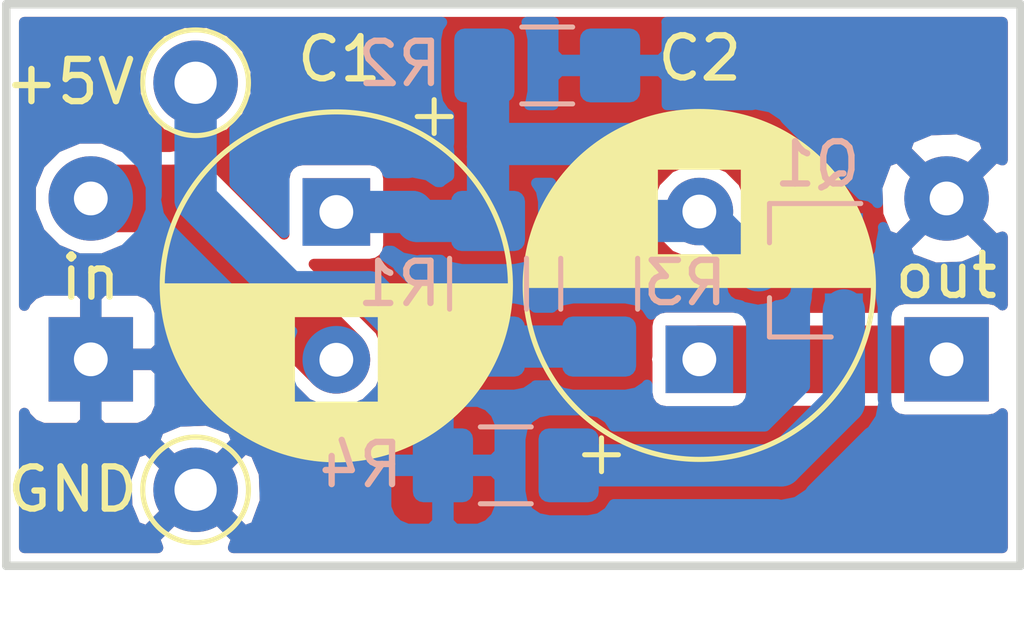
<source format=kicad_pcb>
(kicad_pcb (version 20171130) (host pcbnew "(5.0.1)-3")

  (general
    (thickness 1.6)
    (drawings 4)
    (tracks 28)
    (zones 0)
    (modules 11)
    (nets 8)
  )

  (page A4)
  (title_block
    (title Single_Tran_Amp)
    (date 2020-04-23)
    (company VeA)
  )

  (layers
    (0 F.Cu signal)
    (31 B.Cu signal)
    (34 B.Paste user)
    (35 F.Paste user hide)
    (36 B.SilkS user)
    (37 F.SilkS user)
    (38 B.Mask user)
    (39 F.Mask user)
    (44 Edge.Cuts user)
    (45 Margin user hide)
    (46 B.CrtYd user hide)
    (47 F.CrtYd user hide)
  )

  (setup
    (last_trace_width 0.6)
    (user_trace_width 1)
    (user_trace_width 1.6)
    (trace_clearance 0.3)
    (zone_clearance 0.508)
    (zone_45_only no)
    (trace_min 0.2)
    (segment_width 0.2)
    (edge_width 0.15)
    (via_size 1.6)
    (via_drill 0.8)
    (via_min_size 0.4)
    (via_min_drill 0.3)
    (user_via 2 1)
    (uvia_size 0.3)
    (uvia_drill 0.1)
    (uvias_allowed no)
    (uvia_min_size 0.2)
    (uvia_min_drill 0.1)
    (pcb_text_width 0.3)
    (pcb_text_size 1.5 1.5)
    (mod_edge_width 0.15)
    (mod_text_size 1 1)
    (mod_text_width 0.15)
    (pad_size 1.99898 1.99898)
    (pad_drill 0.8001)
    (pad_to_mask_clearance 0.051)
    (solder_mask_min_width 0.25)
    (aux_axis_origin 0 0)
    (visible_elements 7FFFFFFF)
    (pcbplotparams
      (layerselection 0x010f4_ffffffff)
      (usegerberextensions false)
      (usegerberattributes false)
      (usegerberadvancedattributes false)
      (creategerberjobfile false)
      (excludeedgelayer true)
      (linewidth 0.100000)
      (plotframeref false)
      (viasonmask false)
      (mode 1)
      (useauxorigin false)
      (hpglpennumber 1)
      (hpglpenspeed 20)
      (hpglpendiameter 15.000000)
      (psnegative false)
      (psa4output false)
      (plotreference true)
      (plotvalue true)
      (plotinvisibletext false)
      (padsonsilk false)
      (subtractmaskfromsilk false)
      (outputformat 1)
      (mirror false)
      (drillshape 0)
      (scaleselection 1)
      (outputdirectory ""))
  )

  (net 0 "")
  (net 1 "Net-(8_Ohm1-Pad1)")
  (net 2 GNDREF)
  (net 3 "Net-(C1-Pad2)")
  (net 4 "Net-(C1-Pad1)")
  (net 5 "Net-(C2-Pad2)")
  (net 6 "Net-(Q1-Pad3)")
  (net 7 +5V)

  (net_class Default "This is the default net class."
    (clearance 0.3)
    (trace_width 0.6)
    (via_dia 1.6)
    (via_drill 0.8)
    (uvia_dia 0.3)
    (uvia_drill 0.1)
    (add_net +5V)
    (add_net GNDREF)
    (add_net "Net-(8_Ohm1-Pad1)")
    (add_net "Net-(C1-Pad1)")
    (add_net "Net-(C1-Pad2)")
    (add_net "Net-(C2-Pad2)")
    (add_net "Net-(Q1-Pad3)")
  )

  (module Connector_Wire:SolderWirePad_1x02_P3.81mm_Drill0.8mm (layer F.Cu) (tedit 5EA1D72E) (tstamp 5EA2994E)
    (at 105.65 51.61 90)
    (descr "Wire solder connection")
    (tags connector)
    (path /5E71D645)
    (attr virtual)
    (fp_text reference out (at 1.98 -0.01 180) (layer F.SilkS)
      (effects (font (size 1 1) (thickness 0.15)))
    )
    (fp_text value Speaker (at 1.905 2.54 90) (layer F.Fab)
      (effects (font (size 1 1) (thickness 0.15)))
    )
    (fp_text user %R (at 1.905 0 90) (layer F.Fab)
      (effects (font (size 1 1) (thickness 0.15)))
    )
    (fp_line (start -1.49 -1.5) (end 5.31 -1.5) (layer F.CrtYd) (width 0.05))
    (fp_line (start -1.49 -1.5) (end -1.49 1.5) (layer F.CrtYd) (width 0.05))
    (fp_line (start 5.31 1.5) (end 5.31 -1.5) (layer F.CrtYd) (width 0.05))
    (fp_line (start 5.31 1.5) (end -1.49 1.5) (layer F.CrtYd) (width 0.05))
    (pad 1 thru_hole rect (at 0 0 90) (size 1.99898 1.99898) (drill 0.8001) (layers *.Cu *.Mask)
      (net 1 "Net-(8_Ohm1-Pad1)"))
    (pad 2 thru_hole circle (at 3.81 0 90) (size 1.99898 1.99898) (drill 0.8001) (layers *.Cu *.Mask)
      (net 2 GNDREF))
  )

  (module Capacitor_THT:CP_Radial_D8.0mm_P3.50mm (layer F.Cu) (tedit 5AE50EF0) (tstamp 5EA299F7)
    (at 91.21 48.12 270)
    (descr "CP, Radial series, Radial, pin pitch=3.50mm, , diameter=8mm, Electrolytic Capacitor")
    (tags "CP Radial series Radial pin pitch 3.50mm  diameter 8mm Electrolytic Capacitor")
    (path /5E71D7EC)
    (fp_text reference C1 (at -3.62 -0.07) (layer F.SilkS)
      (effects (font (size 1 1) (thickness 0.15)))
    )
    (fp_text value 100u (at 1.75 5.25 270) (layer F.Fab)
      (effects (font (size 1 1) (thickness 0.15)))
    )
    (fp_text user %R (at 1.75 0 270) (layer F.Fab)
      (effects (font (size 1 1) (thickness 0.15)))
    )
    (fp_line (start -2.259698 -2.715) (end -2.259698 -1.915) (layer F.SilkS) (width 0.12))
    (fp_line (start -2.659698 -2.315) (end -1.859698 -2.315) (layer F.SilkS) (width 0.12))
    (fp_line (start 5.831 -0.533) (end 5.831 0.533) (layer F.SilkS) (width 0.12))
    (fp_line (start 5.791 -0.768) (end 5.791 0.768) (layer F.SilkS) (width 0.12))
    (fp_line (start 5.751 -0.948) (end 5.751 0.948) (layer F.SilkS) (width 0.12))
    (fp_line (start 5.711 -1.098) (end 5.711 1.098) (layer F.SilkS) (width 0.12))
    (fp_line (start 5.671 -1.229) (end 5.671 1.229) (layer F.SilkS) (width 0.12))
    (fp_line (start 5.631 -1.346) (end 5.631 1.346) (layer F.SilkS) (width 0.12))
    (fp_line (start 5.591 -1.453) (end 5.591 1.453) (layer F.SilkS) (width 0.12))
    (fp_line (start 5.551 -1.552) (end 5.551 1.552) (layer F.SilkS) (width 0.12))
    (fp_line (start 5.511 -1.645) (end 5.511 1.645) (layer F.SilkS) (width 0.12))
    (fp_line (start 5.471 -1.731) (end 5.471 1.731) (layer F.SilkS) (width 0.12))
    (fp_line (start 5.431 -1.813) (end 5.431 1.813) (layer F.SilkS) (width 0.12))
    (fp_line (start 5.391 -1.89) (end 5.391 1.89) (layer F.SilkS) (width 0.12))
    (fp_line (start 5.351 -1.964) (end 5.351 1.964) (layer F.SilkS) (width 0.12))
    (fp_line (start 5.311 -2.034) (end 5.311 2.034) (layer F.SilkS) (width 0.12))
    (fp_line (start 5.271 -2.102) (end 5.271 2.102) (layer F.SilkS) (width 0.12))
    (fp_line (start 5.231 -2.166) (end 5.231 2.166) (layer F.SilkS) (width 0.12))
    (fp_line (start 5.191 -2.228) (end 5.191 2.228) (layer F.SilkS) (width 0.12))
    (fp_line (start 5.151 -2.287) (end 5.151 2.287) (layer F.SilkS) (width 0.12))
    (fp_line (start 5.111 -2.345) (end 5.111 2.345) (layer F.SilkS) (width 0.12))
    (fp_line (start 5.071 -2.4) (end 5.071 2.4) (layer F.SilkS) (width 0.12))
    (fp_line (start 5.031 -2.454) (end 5.031 2.454) (layer F.SilkS) (width 0.12))
    (fp_line (start 4.991 -2.505) (end 4.991 2.505) (layer F.SilkS) (width 0.12))
    (fp_line (start 4.951 -2.556) (end 4.951 2.556) (layer F.SilkS) (width 0.12))
    (fp_line (start 4.911 -2.604) (end 4.911 2.604) (layer F.SilkS) (width 0.12))
    (fp_line (start 4.871 -2.651) (end 4.871 2.651) (layer F.SilkS) (width 0.12))
    (fp_line (start 4.831 -2.697) (end 4.831 2.697) (layer F.SilkS) (width 0.12))
    (fp_line (start 4.791 -2.741) (end 4.791 2.741) (layer F.SilkS) (width 0.12))
    (fp_line (start 4.751 -2.784) (end 4.751 2.784) (layer F.SilkS) (width 0.12))
    (fp_line (start 4.711 -2.826) (end 4.711 2.826) (layer F.SilkS) (width 0.12))
    (fp_line (start 4.671 -2.867) (end 4.671 2.867) (layer F.SilkS) (width 0.12))
    (fp_line (start 4.631 -2.907) (end 4.631 2.907) (layer F.SilkS) (width 0.12))
    (fp_line (start 4.591 -2.945) (end 4.591 2.945) (layer F.SilkS) (width 0.12))
    (fp_line (start 4.551 -2.983) (end 4.551 2.983) (layer F.SilkS) (width 0.12))
    (fp_line (start 4.511 1.04) (end 4.511 3.019) (layer F.SilkS) (width 0.12))
    (fp_line (start 4.511 -3.019) (end 4.511 -1.04) (layer F.SilkS) (width 0.12))
    (fp_line (start 4.471 1.04) (end 4.471 3.055) (layer F.SilkS) (width 0.12))
    (fp_line (start 4.471 -3.055) (end 4.471 -1.04) (layer F.SilkS) (width 0.12))
    (fp_line (start 4.431 1.04) (end 4.431 3.09) (layer F.SilkS) (width 0.12))
    (fp_line (start 4.431 -3.09) (end 4.431 -1.04) (layer F.SilkS) (width 0.12))
    (fp_line (start 4.391 1.04) (end 4.391 3.124) (layer F.SilkS) (width 0.12))
    (fp_line (start 4.391 -3.124) (end 4.391 -1.04) (layer F.SilkS) (width 0.12))
    (fp_line (start 4.351 1.04) (end 4.351 3.156) (layer F.SilkS) (width 0.12))
    (fp_line (start 4.351 -3.156) (end 4.351 -1.04) (layer F.SilkS) (width 0.12))
    (fp_line (start 4.311 1.04) (end 4.311 3.189) (layer F.SilkS) (width 0.12))
    (fp_line (start 4.311 -3.189) (end 4.311 -1.04) (layer F.SilkS) (width 0.12))
    (fp_line (start 4.271 1.04) (end 4.271 3.22) (layer F.SilkS) (width 0.12))
    (fp_line (start 4.271 -3.22) (end 4.271 -1.04) (layer F.SilkS) (width 0.12))
    (fp_line (start 4.231 1.04) (end 4.231 3.25) (layer F.SilkS) (width 0.12))
    (fp_line (start 4.231 -3.25) (end 4.231 -1.04) (layer F.SilkS) (width 0.12))
    (fp_line (start 4.191 1.04) (end 4.191 3.28) (layer F.SilkS) (width 0.12))
    (fp_line (start 4.191 -3.28) (end 4.191 -1.04) (layer F.SilkS) (width 0.12))
    (fp_line (start 4.151 1.04) (end 4.151 3.309) (layer F.SilkS) (width 0.12))
    (fp_line (start 4.151 -3.309) (end 4.151 -1.04) (layer F.SilkS) (width 0.12))
    (fp_line (start 4.111 1.04) (end 4.111 3.338) (layer F.SilkS) (width 0.12))
    (fp_line (start 4.111 -3.338) (end 4.111 -1.04) (layer F.SilkS) (width 0.12))
    (fp_line (start 4.071 1.04) (end 4.071 3.365) (layer F.SilkS) (width 0.12))
    (fp_line (start 4.071 -3.365) (end 4.071 -1.04) (layer F.SilkS) (width 0.12))
    (fp_line (start 4.031 1.04) (end 4.031 3.392) (layer F.SilkS) (width 0.12))
    (fp_line (start 4.031 -3.392) (end 4.031 -1.04) (layer F.SilkS) (width 0.12))
    (fp_line (start 3.991 1.04) (end 3.991 3.418) (layer F.SilkS) (width 0.12))
    (fp_line (start 3.991 -3.418) (end 3.991 -1.04) (layer F.SilkS) (width 0.12))
    (fp_line (start 3.951 1.04) (end 3.951 3.444) (layer F.SilkS) (width 0.12))
    (fp_line (start 3.951 -3.444) (end 3.951 -1.04) (layer F.SilkS) (width 0.12))
    (fp_line (start 3.911 1.04) (end 3.911 3.469) (layer F.SilkS) (width 0.12))
    (fp_line (start 3.911 -3.469) (end 3.911 -1.04) (layer F.SilkS) (width 0.12))
    (fp_line (start 3.871 1.04) (end 3.871 3.493) (layer F.SilkS) (width 0.12))
    (fp_line (start 3.871 -3.493) (end 3.871 -1.04) (layer F.SilkS) (width 0.12))
    (fp_line (start 3.831 1.04) (end 3.831 3.517) (layer F.SilkS) (width 0.12))
    (fp_line (start 3.831 -3.517) (end 3.831 -1.04) (layer F.SilkS) (width 0.12))
    (fp_line (start 3.791 1.04) (end 3.791 3.54) (layer F.SilkS) (width 0.12))
    (fp_line (start 3.791 -3.54) (end 3.791 -1.04) (layer F.SilkS) (width 0.12))
    (fp_line (start 3.751 1.04) (end 3.751 3.562) (layer F.SilkS) (width 0.12))
    (fp_line (start 3.751 -3.562) (end 3.751 -1.04) (layer F.SilkS) (width 0.12))
    (fp_line (start 3.711 1.04) (end 3.711 3.584) (layer F.SilkS) (width 0.12))
    (fp_line (start 3.711 -3.584) (end 3.711 -1.04) (layer F.SilkS) (width 0.12))
    (fp_line (start 3.671 1.04) (end 3.671 3.606) (layer F.SilkS) (width 0.12))
    (fp_line (start 3.671 -3.606) (end 3.671 -1.04) (layer F.SilkS) (width 0.12))
    (fp_line (start 3.631 1.04) (end 3.631 3.627) (layer F.SilkS) (width 0.12))
    (fp_line (start 3.631 -3.627) (end 3.631 -1.04) (layer F.SilkS) (width 0.12))
    (fp_line (start 3.591 1.04) (end 3.591 3.647) (layer F.SilkS) (width 0.12))
    (fp_line (start 3.591 -3.647) (end 3.591 -1.04) (layer F.SilkS) (width 0.12))
    (fp_line (start 3.551 1.04) (end 3.551 3.666) (layer F.SilkS) (width 0.12))
    (fp_line (start 3.551 -3.666) (end 3.551 -1.04) (layer F.SilkS) (width 0.12))
    (fp_line (start 3.511 1.04) (end 3.511 3.686) (layer F.SilkS) (width 0.12))
    (fp_line (start 3.511 -3.686) (end 3.511 -1.04) (layer F.SilkS) (width 0.12))
    (fp_line (start 3.471 1.04) (end 3.471 3.704) (layer F.SilkS) (width 0.12))
    (fp_line (start 3.471 -3.704) (end 3.471 -1.04) (layer F.SilkS) (width 0.12))
    (fp_line (start 3.431 1.04) (end 3.431 3.722) (layer F.SilkS) (width 0.12))
    (fp_line (start 3.431 -3.722) (end 3.431 -1.04) (layer F.SilkS) (width 0.12))
    (fp_line (start 3.391 1.04) (end 3.391 3.74) (layer F.SilkS) (width 0.12))
    (fp_line (start 3.391 -3.74) (end 3.391 -1.04) (layer F.SilkS) (width 0.12))
    (fp_line (start 3.351 1.04) (end 3.351 3.757) (layer F.SilkS) (width 0.12))
    (fp_line (start 3.351 -3.757) (end 3.351 -1.04) (layer F.SilkS) (width 0.12))
    (fp_line (start 3.311 1.04) (end 3.311 3.774) (layer F.SilkS) (width 0.12))
    (fp_line (start 3.311 -3.774) (end 3.311 -1.04) (layer F.SilkS) (width 0.12))
    (fp_line (start 3.271 1.04) (end 3.271 3.79) (layer F.SilkS) (width 0.12))
    (fp_line (start 3.271 -3.79) (end 3.271 -1.04) (layer F.SilkS) (width 0.12))
    (fp_line (start 3.231 1.04) (end 3.231 3.805) (layer F.SilkS) (width 0.12))
    (fp_line (start 3.231 -3.805) (end 3.231 -1.04) (layer F.SilkS) (width 0.12))
    (fp_line (start 3.191 1.04) (end 3.191 3.821) (layer F.SilkS) (width 0.12))
    (fp_line (start 3.191 -3.821) (end 3.191 -1.04) (layer F.SilkS) (width 0.12))
    (fp_line (start 3.151 1.04) (end 3.151 3.835) (layer F.SilkS) (width 0.12))
    (fp_line (start 3.151 -3.835) (end 3.151 -1.04) (layer F.SilkS) (width 0.12))
    (fp_line (start 3.111 1.04) (end 3.111 3.85) (layer F.SilkS) (width 0.12))
    (fp_line (start 3.111 -3.85) (end 3.111 -1.04) (layer F.SilkS) (width 0.12))
    (fp_line (start 3.071 1.04) (end 3.071 3.863) (layer F.SilkS) (width 0.12))
    (fp_line (start 3.071 -3.863) (end 3.071 -1.04) (layer F.SilkS) (width 0.12))
    (fp_line (start 3.031 1.04) (end 3.031 3.877) (layer F.SilkS) (width 0.12))
    (fp_line (start 3.031 -3.877) (end 3.031 -1.04) (layer F.SilkS) (width 0.12))
    (fp_line (start 2.991 1.04) (end 2.991 3.889) (layer F.SilkS) (width 0.12))
    (fp_line (start 2.991 -3.889) (end 2.991 -1.04) (layer F.SilkS) (width 0.12))
    (fp_line (start 2.951 1.04) (end 2.951 3.902) (layer F.SilkS) (width 0.12))
    (fp_line (start 2.951 -3.902) (end 2.951 -1.04) (layer F.SilkS) (width 0.12))
    (fp_line (start 2.911 1.04) (end 2.911 3.914) (layer F.SilkS) (width 0.12))
    (fp_line (start 2.911 -3.914) (end 2.911 -1.04) (layer F.SilkS) (width 0.12))
    (fp_line (start 2.871 1.04) (end 2.871 3.925) (layer F.SilkS) (width 0.12))
    (fp_line (start 2.871 -3.925) (end 2.871 -1.04) (layer F.SilkS) (width 0.12))
    (fp_line (start 2.831 1.04) (end 2.831 3.936) (layer F.SilkS) (width 0.12))
    (fp_line (start 2.831 -3.936) (end 2.831 -1.04) (layer F.SilkS) (width 0.12))
    (fp_line (start 2.791 1.04) (end 2.791 3.947) (layer F.SilkS) (width 0.12))
    (fp_line (start 2.791 -3.947) (end 2.791 -1.04) (layer F.SilkS) (width 0.12))
    (fp_line (start 2.751 1.04) (end 2.751 3.957) (layer F.SilkS) (width 0.12))
    (fp_line (start 2.751 -3.957) (end 2.751 -1.04) (layer F.SilkS) (width 0.12))
    (fp_line (start 2.711 1.04) (end 2.711 3.967) (layer F.SilkS) (width 0.12))
    (fp_line (start 2.711 -3.967) (end 2.711 -1.04) (layer F.SilkS) (width 0.12))
    (fp_line (start 2.671 1.04) (end 2.671 3.976) (layer F.SilkS) (width 0.12))
    (fp_line (start 2.671 -3.976) (end 2.671 -1.04) (layer F.SilkS) (width 0.12))
    (fp_line (start 2.631 1.04) (end 2.631 3.985) (layer F.SilkS) (width 0.12))
    (fp_line (start 2.631 -3.985) (end 2.631 -1.04) (layer F.SilkS) (width 0.12))
    (fp_line (start 2.591 1.04) (end 2.591 3.994) (layer F.SilkS) (width 0.12))
    (fp_line (start 2.591 -3.994) (end 2.591 -1.04) (layer F.SilkS) (width 0.12))
    (fp_line (start 2.551 1.04) (end 2.551 4.002) (layer F.SilkS) (width 0.12))
    (fp_line (start 2.551 -4.002) (end 2.551 -1.04) (layer F.SilkS) (width 0.12))
    (fp_line (start 2.511 1.04) (end 2.511 4.01) (layer F.SilkS) (width 0.12))
    (fp_line (start 2.511 -4.01) (end 2.511 -1.04) (layer F.SilkS) (width 0.12))
    (fp_line (start 2.471 1.04) (end 2.471 4.017) (layer F.SilkS) (width 0.12))
    (fp_line (start 2.471 -4.017) (end 2.471 -1.04) (layer F.SilkS) (width 0.12))
    (fp_line (start 2.43 -4.024) (end 2.43 4.024) (layer F.SilkS) (width 0.12))
    (fp_line (start 2.39 -4.03) (end 2.39 4.03) (layer F.SilkS) (width 0.12))
    (fp_line (start 2.35 -4.037) (end 2.35 4.037) (layer F.SilkS) (width 0.12))
    (fp_line (start 2.31 -4.042) (end 2.31 4.042) (layer F.SilkS) (width 0.12))
    (fp_line (start 2.27 -4.048) (end 2.27 4.048) (layer F.SilkS) (width 0.12))
    (fp_line (start 2.23 -4.052) (end 2.23 4.052) (layer F.SilkS) (width 0.12))
    (fp_line (start 2.19 -4.057) (end 2.19 4.057) (layer F.SilkS) (width 0.12))
    (fp_line (start 2.15 -4.061) (end 2.15 4.061) (layer F.SilkS) (width 0.12))
    (fp_line (start 2.11 -4.065) (end 2.11 4.065) (layer F.SilkS) (width 0.12))
    (fp_line (start 2.07 -4.068) (end 2.07 4.068) (layer F.SilkS) (width 0.12))
    (fp_line (start 2.03 -4.071) (end 2.03 4.071) (layer F.SilkS) (width 0.12))
    (fp_line (start 1.99 -4.074) (end 1.99 4.074) (layer F.SilkS) (width 0.12))
    (fp_line (start 1.95 -4.076) (end 1.95 4.076) (layer F.SilkS) (width 0.12))
    (fp_line (start 1.91 -4.077) (end 1.91 4.077) (layer F.SilkS) (width 0.12))
    (fp_line (start 1.87 -4.079) (end 1.87 4.079) (layer F.SilkS) (width 0.12))
    (fp_line (start 1.83 -4.08) (end 1.83 4.08) (layer F.SilkS) (width 0.12))
    (fp_line (start 1.79 -4.08) (end 1.79 4.08) (layer F.SilkS) (width 0.12))
    (fp_line (start 1.75 -4.08) (end 1.75 4.08) (layer F.SilkS) (width 0.12))
    (fp_line (start -1.276759 -2.1475) (end -1.276759 -1.3475) (layer F.Fab) (width 0.1))
    (fp_line (start -1.676759 -1.7475) (end -0.876759 -1.7475) (layer F.Fab) (width 0.1))
    (fp_circle (center 1.75 0) (end 6 0) (layer F.CrtYd) (width 0.05))
    (fp_circle (center 1.75 0) (end 5.87 0) (layer F.SilkS) (width 0.12))
    (fp_circle (center 1.75 0) (end 5.75 0) (layer F.Fab) (width 0.1))
    (pad 2 thru_hole circle (at 3.5 0 270) (size 1.6 1.6) (drill 0.8) (layers *.Cu *.Mask)
      (net 3 "Net-(C1-Pad2)"))
    (pad 1 thru_hole rect (at 0 0 270) (size 1.6 1.6) (drill 0.8) (layers *.Cu *.Mask)
      (net 4 "Net-(C1-Pad1)"))
    (model ${KISYS3DMOD}/Capacitor_THT.3dshapes/CP_Radial_D8.0mm_P3.50mm.wrl
      (at (xyz 0 0 0))
      (scale (xyz 1 1 1))
      (rotate (xyz 0 0 0))
    )
  )

  (module Capacitor_THT:CP_Radial_D8.0mm_P3.50mm (layer F.Cu) (tedit 5AE50EF0) (tstamp 5EA29AA0)
    (at 99.8 51.61 90)
    (descr "CP, Radial series, Radial, pin pitch=3.50mm, , diameter=8mm, Electrolytic Capacitor")
    (tags "CP Radial series Radial pin pitch 3.50mm  diameter 8mm Electrolytic Capacitor")
    (path /5E71D3F9)
    (fp_text reference C2 (at 7.13 0.01 180) (layer F.SilkS)
      (effects (font (size 1 1) (thickness 0.15)))
    )
    (fp_text value 100u (at 1.75 5.25 90) (layer F.Fab)
      (effects (font (size 1 1) (thickness 0.15)))
    )
    (fp_circle (center 1.75 0) (end 5.75 0) (layer F.Fab) (width 0.1))
    (fp_circle (center 1.75 0) (end 5.87 0) (layer F.SilkS) (width 0.12))
    (fp_circle (center 1.75 0) (end 6 0) (layer F.CrtYd) (width 0.05))
    (fp_line (start -1.676759 -1.7475) (end -0.876759 -1.7475) (layer F.Fab) (width 0.1))
    (fp_line (start -1.276759 -2.1475) (end -1.276759 -1.3475) (layer F.Fab) (width 0.1))
    (fp_line (start 1.75 -4.08) (end 1.75 4.08) (layer F.SilkS) (width 0.12))
    (fp_line (start 1.79 -4.08) (end 1.79 4.08) (layer F.SilkS) (width 0.12))
    (fp_line (start 1.83 -4.08) (end 1.83 4.08) (layer F.SilkS) (width 0.12))
    (fp_line (start 1.87 -4.079) (end 1.87 4.079) (layer F.SilkS) (width 0.12))
    (fp_line (start 1.91 -4.077) (end 1.91 4.077) (layer F.SilkS) (width 0.12))
    (fp_line (start 1.95 -4.076) (end 1.95 4.076) (layer F.SilkS) (width 0.12))
    (fp_line (start 1.99 -4.074) (end 1.99 4.074) (layer F.SilkS) (width 0.12))
    (fp_line (start 2.03 -4.071) (end 2.03 4.071) (layer F.SilkS) (width 0.12))
    (fp_line (start 2.07 -4.068) (end 2.07 4.068) (layer F.SilkS) (width 0.12))
    (fp_line (start 2.11 -4.065) (end 2.11 4.065) (layer F.SilkS) (width 0.12))
    (fp_line (start 2.15 -4.061) (end 2.15 4.061) (layer F.SilkS) (width 0.12))
    (fp_line (start 2.19 -4.057) (end 2.19 4.057) (layer F.SilkS) (width 0.12))
    (fp_line (start 2.23 -4.052) (end 2.23 4.052) (layer F.SilkS) (width 0.12))
    (fp_line (start 2.27 -4.048) (end 2.27 4.048) (layer F.SilkS) (width 0.12))
    (fp_line (start 2.31 -4.042) (end 2.31 4.042) (layer F.SilkS) (width 0.12))
    (fp_line (start 2.35 -4.037) (end 2.35 4.037) (layer F.SilkS) (width 0.12))
    (fp_line (start 2.39 -4.03) (end 2.39 4.03) (layer F.SilkS) (width 0.12))
    (fp_line (start 2.43 -4.024) (end 2.43 4.024) (layer F.SilkS) (width 0.12))
    (fp_line (start 2.471 -4.017) (end 2.471 -1.04) (layer F.SilkS) (width 0.12))
    (fp_line (start 2.471 1.04) (end 2.471 4.017) (layer F.SilkS) (width 0.12))
    (fp_line (start 2.511 -4.01) (end 2.511 -1.04) (layer F.SilkS) (width 0.12))
    (fp_line (start 2.511 1.04) (end 2.511 4.01) (layer F.SilkS) (width 0.12))
    (fp_line (start 2.551 -4.002) (end 2.551 -1.04) (layer F.SilkS) (width 0.12))
    (fp_line (start 2.551 1.04) (end 2.551 4.002) (layer F.SilkS) (width 0.12))
    (fp_line (start 2.591 -3.994) (end 2.591 -1.04) (layer F.SilkS) (width 0.12))
    (fp_line (start 2.591 1.04) (end 2.591 3.994) (layer F.SilkS) (width 0.12))
    (fp_line (start 2.631 -3.985) (end 2.631 -1.04) (layer F.SilkS) (width 0.12))
    (fp_line (start 2.631 1.04) (end 2.631 3.985) (layer F.SilkS) (width 0.12))
    (fp_line (start 2.671 -3.976) (end 2.671 -1.04) (layer F.SilkS) (width 0.12))
    (fp_line (start 2.671 1.04) (end 2.671 3.976) (layer F.SilkS) (width 0.12))
    (fp_line (start 2.711 -3.967) (end 2.711 -1.04) (layer F.SilkS) (width 0.12))
    (fp_line (start 2.711 1.04) (end 2.711 3.967) (layer F.SilkS) (width 0.12))
    (fp_line (start 2.751 -3.957) (end 2.751 -1.04) (layer F.SilkS) (width 0.12))
    (fp_line (start 2.751 1.04) (end 2.751 3.957) (layer F.SilkS) (width 0.12))
    (fp_line (start 2.791 -3.947) (end 2.791 -1.04) (layer F.SilkS) (width 0.12))
    (fp_line (start 2.791 1.04) (end 2.791 3.947) (layer F.SilkS) (width 0.12))
    (fp_line (start 2.831 -3.936) (end 2.831 -1.04) (layer F.SilkS) (width 0.12))
    (fp_line (start 2.831 1.04) (end 2.831 3.936) (layer F.SilkS) (width 0.12))
    (fp_line (start 2.871 -3.925) (end 2.871 -1.04) (layer F.SilkS) (width 0.12))
    (fp_line (start 2.871 1.04) (end 2.871 3.925) (layer F.SilkS) (width 0.12))
    (fp_line (start 2.911 -3.914) (end 2.911 -1.04) (layer F.SilkS) (width 0.12))
    (fp_line (start 2.911 1.04) (end 2.911 3.914) (layer F.SilkS) (width 0.12))
    (fp_line (start 2.951 -3.902) (end 2.951 -1.04) (layer F.SilkS) (width 0.12))
    (fp_line (start 2.951 1.04) (end 2.951 3.902) (layer F.SilkS) (width 0.12))
    (fp_line (start 2.991 -3.889) (end 2.991 -1.04) (layer F.SilkS) (width 0.12))
    (fp_line (start 2.991 1.04) (end 2.991 3.889) (layer F.SilkS) (width 0.12))
    (fp_line (start 3.031 -3.877) (end 3.031 -1.04) (layer F.SilkS) (width 0.12))
    (fp_line (start 3.031 1.04) (end 3.031 3.877) (layer F.SilkS) (width 0.12))
    (fp_line (start 3.071 -3.863) (end 3.071 -1.04) (layer F.SilkS) (width 0.12))
    (fp_line (start 3.071 1.04) (end 3.071 3.863) (layer F.SilkS) (width 0.12))
    (fp_line (start 3.111 -3.85) (end 3.111 -1.04) (layer F.SilkS) (width 0.12))
    (fp_line (start 3.111 1.04) (end 3.111 3.85) (layer F.SilkS) (width 0.12))
    (fp_line (start 3.151 -3.835) (end 3.151 -1.04) (layer F.SilkS) (width 0.12))
    (fp_line (start 3.151 1.04) (end 3.151 3.835) (layer F.SilkS) (width 0.12))
    (fp_line (start 3.191 -3.821) (end 3.191 -1.04) (layer F.SilkS) (width 0.12))
    (fp_line (start 3.191 1.04) (end 3.191 3.821) (layer F.SilkS) (width 0.12))
    (fp_line (start 3.231 -3.805) (end 3.231 -1.04) (layer F.SilkS) (width 0.12))
    (fp_line (start 3.231 1.04) (end 3.231 3.805) (layer F.SilkS) (width 0.12))
    (fp_line (start 3.271 -3.79) (end 3.271 -1.04) (layer F.SilkS) (width 0.12))
    (fp_line (start 3.271 1.04) (end 3.271 3.79) (layer F.SilkS) (width 0.12))
    (fp_line (start 3.311 -3.774) (end 3.311 -1.04) (layer F.SilkS) (width 0.12))
    (fp_line (start 3.311 1.04) (end 3.311 3.774) (layer F.SilkS) (width 0.12))
    (fp_line (start 3.351 -3.757) (end 3.351 -1.04) (layer F.SilkS) (width 0.12))
    (fp_line (start 3.351 1.04) (end 3.351 3.757) (layer F.SilkS) (width 0.12))
    (fp_line (start 3.391 -3.74) (end 3.391 -1.04) (layer F.SilkS) (width 0.12))
    (fp_line (start 3.391 1.04) (end 3.391 3.74) (layer F.SilkS) (width 0.12))
    (fp_line (start 3.431 -3.722) (end 3.431 -1.04) (layer F.SilkS) (width 0.12))
    (fp_line (start 3.431 1.04) (end 3.431 3.722) (layer F.SilkS) (width 0.12))
    (fp_line (start 3.471 -3.704) (end 3.471 -1.04) (layer F.SilkS) (width 0.12))
    (fp_line (start 3.471 1.04) (end 3.471 3.704) (layer F.SilkS) (width 0.12))
    (fp_line (start 3.511 -3.686) (end 3.511 -1.04) (layer F.SilkS) (width 0.12))
    (fp_line (start 3.511 1.04) (end 3.511 3.686) (layer F.SilkS) (width 0.12))
    (fp_line (start 3.551 -3.666) (end 3.551 -1.04) (layer F.SilkS) (width 0.12))
    (fp_line (start 3.551 1.04) (end 3.551 3.666) (layer F.SilkS) (width 0.12))
    (fp_line (start 3.591 -3.647) (end 3.591 -1.04) (layer F.SilkS) (width 0.12))
    (fp_line (start 3.591 1.04) (end 3.591 3.647) (layer F.SilkS) (width 0.12))
    (fp_line (start 3.631 -3.627) (end 3.631 -1.04) (layer F.SilkS) (width 0.12))
    (fp_line (start 3.631 1.04) (end 3.631 3.627) (layer F.SilkS) (width 0.12))
    (fp_line (start 3.671 -3.606) (end 3.671 -1.04) (layer F.SilkS) (width 0.12))
    (fp_line (start 3.671 1.04) (end 3.671 3.606) (layer F.SilkS) (width 0.12))
    (fp_line (start 3.711 -3.584) (end 3.711 -1.04) (layer F.SilkS) (width 0.12))
    (fp_line (start 3.711 1.04) (end 3.711 3.584) (layer F.SilkS) (width 0.12))
    (fp_line (start 3.751 -3.562) (end 3.751 -1.04) (layer F.SilkS) (width 0.12))
    (fp_line (start 3.751 1.04) (end 3.751 3.562) (layer F.SilkS) (width 0.12))
    (fp_line (start 3.791 -3.54) (end 3.791 -1.04) (layer F.SilkS) (width 0.12))
    (fp_line (start 3.791 1.04) (end 3.791 3.54) (layer F.SilkS) (width 0.12))
    (fp_line (start 3.831 -3.517) (end 3.831 -1.04) (layer F.SilkS) (width 0.12))
    (fp_line (start 3.831 1.04) (end 3.831 3.517) (layer F.SilkS) (width 0.12))
    (fp_line (start 3.871 -3.493) (end 3.871 -1.04) (layer F.SilkS) (width 0.12))
    (fp_line (start 3.871 1.04) (end 3.871 3.493) (layer F.SilkS) (width 0.12))
    (fp_line (start 3.911 -3.469) (end 3.911 -1.04) (layer F.SilkS) (width 0.12))
    (fp_line (start 3.911 1.04) (end 3.911 3.469) (layer F.SilkS) (width 0.12))
    (fp_line (start 3.951 -3.444) (end 3.951 -1.04) (layer F.SilkS) (width 0.12))
    (fp_line (start 3.951 1.04) (end 3.951 3.444) (layer F.SilkS) (width 0.12))
    (fp_line (start 3.991 -3.418) (end 3.991 -1.04) (layer F.SilkS) (width 0.12))
    (fp_line (start 3.991 1.04) (end 3.991 3.418) (layer F.SilkS) (width 0.12))
    (fp_line (start 4.031 -3.392) (end 4.031 -1.04) (layer F.SilkS) (width 0.12))
    (fp_line (start 4.031 1.04) (end 4.031 3.392) (layer F.SilkS) (width 0.12))
    (fp_line (start 4.071 -3.365) (end 4.071 -1.04) (layer F.SilkS) (width 0.12))
    (fp_line (start 4.071 1.04) (end 4.071 3.365) (layer F.SilkS) (width 0.12))
    (fp_line (start 4.111 -3.338) (end 4.111 -1.04) (layer F.SilkS) (width 0.12))
    (fp_line (start 4.111 1.04) (end 4.111 3.338) (layer F.SilkS) (width 0.12))
    (fp_line (start 4.151 -3.309) (end 4.151 -1.04) (layer F.SilkS) (width 0.12))
    (fp_line (start 4.151 1.04) (end 4.151 3.309) (layer F.SilkS) (width 0.12))
    (fp_line (start 4.191 -3.28) (end 4.191 -1.04) (layer F.SilkS) (width 0.12))
    (fp_line (start 4.191 1.04) (end 4.191 3.28) (layer F.SilkS) (width 0.12))
    (fp_line (start 4.231 -3.25) (end 4.231 -1.04) (layer F.SilkS) (width 0.12))
    (fp_line (start 4.231 1.04) (end 4.231 3.25) (layer F.SilkS) (width 0.12))
    (fp_line (start 4.271 -3.22) (end 4.271 -1.04) (layer F.SilkS) (width 0.12))
    (fp_line (start 4.271 1.04) (end 4.271 3.22) (layer F.SilkS) (width 0.12))
    (fp_line (start 4.311 -3.189) (end 4.311 -1.04) (layer F.SilkS) (width 0.12))
    (fp_line (start 4.311 1.04) (end 4.311 3.189) (layer F.SilkS) (width 0.12))
    (fp_line (start 4.351 -3.156) (end 4.351 -1.04) (layer F.SilkS) (width 0.12))
    (fp_line (start 4.351 1.04) (end 4.351 3.156) (layer F.SilkS) (width 0.12))
    (fp_line (start 4.391 -3.124) (end 4.391 -1.04) (layer F.SilkS) (width 0.12))
    (fp_line (start 4.391 1.04) (end 4.391 3.124) (layer F.SilkS) (width 0.12))
    (fp_line (start 4.431 -3.09) (end 4.431 -1.04) (layer F.SilkS) (width 0.12))
    (fp_line (start 4.431 1.04) (end 4.431 3.09) (layer F.SilkS) (width 0.12))
    (fp_line (start 4.471 -3.055) (end 4.471 -1.04) (layer F.SilkS) (width 0.12))
    (fp_line (start 4.471 1.04) (end 4.471 3.055) (layer F.SilkS) (width 0.12))
    (fp_line (start 4.511 -3.019) (end 4.511 -1.04) (layer F.SilkS) (width 0.12))
    (fp_line (start 4.511 1.04) (end 4.511 3.019) (layer F.SilkS) (width 0.12))
    (fp_line (start 4.551 -2.983) (end 4.551 2.983) (layer F.SilkS) (width 0.12))
    (fp_line (start 4.591 -2.945) (end 4.591 2.945) (layer F.SilkS) (width 0.12))
    (fp_line (start 4.631 -2.907) (end 4.631 2.907) (layer F.SilkS) (width 0.12))
    (fp_line (start 4.671 -2.867) (end 4.671 2.867) (layer F.SilkS) (width 0.12))
    (fp_line (start 4.711 -2.826) (end 4.711 2.826) (layer F.SilkS) (width 0.12))
    (fp_line (start 4.751 -2.784) (end 4.751 2.784) (layer F.SilkS) (width 0.12))
    (fp_line (start 4.791 -2.741) (end 4.791 2.741) (layer F.SilkS) (width 0.12))
    (fp_line (start 4.831 -2.697) (end 4.831 2.697) (layer F.SilkS) (width 0.12))
    (fp_line (start 4.871 -2.651) (end 4.871 2.651) (layer F.SilkS) (width 0.12))
    (fp_line (start 4.911 -2.604) (end 4.911 2.604) (layer F.SilkS) (width 0.12))
    (fp_line (start 4.951 -2.556) (end 4.951 2.556) (layer F.SilkS) (width 0.12))
    (fp_line (start 4.991 -2.505) (end 4.991 2.505) (layer F.SilkS) (width 0.12))
    (fp_line (start 5.031 -2.454) (end 5.031 2.454) (layer F.SilkS) (width 0.12))
    (fp_line (start 5.071 -2.4) (end 5.071 2.4) (layer F.SilkS) (width 0.12))
    (fp_line (start 5.111 -2.345) (end 5.111 2.345) (layer F.SilkS) (width 0.12))
    (fp_line (start 5.151 -2.287) (end 5.151 2.287) (layer F.SilkS) (width 0.12))
    (fp_line (start 5.191 -2.228) (end 5.191 2.228) (layer F.SilkS) (width 0.12))
    (fp_line (start 5.231 -2.166) (end 5.231 2.166) (layer F.SilkS) (width 0.12))
    (fp_line (start 5.271 -2.102) (end 5.271 2.102) (layer F.SilkS) (width 0.12))
    (fp_line (start 5.311 -2.034) (end 5.311 2.034) (layer F.SilkS) (width 0.12))
    (fp_line (start 5.351 -1.964) (end 5.351 1.964) (layer F.SilkS) (width 0.12))
    (fp_line (start 5.391 -1.89) (end 5.391 1.89) (layer F.SilkS) (width 0.12))
    (fp_line (start 5.431 -1.813) (end 5.431 1.813) (layer F.SilkS) (width 0.12))
    (fp_line (start 5.471 -1.731) (end 5.471 1.731) (layer F.SilkS) (width 0.12))
    (fp_line (start 5.511 -1.645) (end 5.511 1.645) (layer F.SilkS) (width 0.12))
    (fp_line (start 5.551 -1.552) (end 5.551 1.552) (layer F.SilkS) (width 0.12))
    (fp_line (start 5.591 -1.453) (end 5.591 1.453) (layer F.SilkS) (width 0.12))
    (fp_line (start 5.631 -1.346) (end 5.631 1.346) (layer F.SilkS) (width 0.12))
    (fp_line (start 5.671 -1.229) (end 5.671 1.229) (layer F.SilkS) (width 0.12))
    (fp_line (start 5.711 -1.098) (end 5.711 1.098) (layer F.SilkS) (width 0.12))
    (fp_line (start 5.751 -0.948) (end 5.751 0.948) (layer F.SilkS) (width 0.12))
    (fp_line (start 5.791 -0.768) (end 5.791 0.768) (layer F.SilkS) (width 0.12))
    (fp_line (start 5.831 -0.533) (end 5.831 0.533) (layer F.SilkS) (width 0.12))
    (fp_line (start -2.659698 -2.315) (end -1.859698 -2.315) (layer F.SilkS) (width 0.12))
    (fp_line (start -2.259698 -2.715) (end -2.259698 -1.915) (layer F.SilkS) (width 0.12))
    (fp_text user %R (at 1.75 0 90) (layer F.Fab)
      (effects (font (size 1 1) (thickness 0.15)))
    )
    (pad 1 thru_hole rect (at 0 0 90) (size 1.6 1.6) (drill 0.8) (layers *.Cu *.Mask)
      (net 1 "Net-(8_Ohm1-Pad1)"))
    (pad 2 thru_hole circle (at 3.5 0 90) (size 1.6 1.6) (drill 0.8) (layers *.Cu *.Mask)
      (net 5 "Net-(C2-Pad2)"))
    (model ${KISYS3DMOD}/Capacitor_THT.3dshapes/CP_Radial_D8.0mm_P3.50mm.wrl
      (at (xyz 0 0 0))
      (scale (xyz 1 1 1))
      (rotate (xyz 0 0 0))
    )
  )

  (module Connector_Wire:SolderWirePad_1x02_P3.81mm_Drill0.8mm (layer F.Cu) (tedit 5EA1D6F6) (tstamp 5EA29AAB)
    (at 85.4 51.61 90)
    (descr "Wire solder connection")
    (tags connector)
    (path /5E71D8CE)
    (attr virtual)
    (fp_text reference in (at 1.94 -0.01 180) (layer F.SilkS)
      (effects (font (size 1 1) (thickness 0.15)))
    )
    (fp_text value Terminal (at 1.905 2.54 90) (layer F.Fab)
      (effects (font (size 1 1) (thickness 0.15)))
    )
    (fp_line (start 5.31 1.5) (end -1.49 1.5) (layer F.CrtYd) (width 0.05))
    (fp_line (start 5.31 1.5) (end 5.31 -1.5) (layer F.CrtYd) (width 0.05))
    (fp_line (start -1.49 -1.5) (end -1.49 1.5) (layer F.CrtYd) (width 0.05))
    (fp_line (start -1.49 -1.5) (end 5.31 -1.5) (layer F.CrtYd) (width 0.05))
    (fp_text user %R (at 1.905 0 90) (layer F.Fab)
      (effects (font (size 1 1) (thickness 0.15)))
    )
    (pad 2 thru_hole circle (at 3.81 0 90) (size 1.99898 1.99898) (drill 0.8001) (layers *.Cu *.Mask)
      (net 3 "Net-(C1-Pad2)"))
    (pad 1 thru_hole rect (at 0 0 90) (size 1.99898 1.99898) (drill 0.8001) (layers *.Cu *.Mask)
      (net 2 GNDREF))
  )

  (module Connector_Pin:Pin_D1.0mm_L10.0mm (layer F.Cu) (tedit 5EA1D70F) (tstamp 5EA29AB5)
    (at 87.88 45.06)
    (descr "solder Pin_ diameter 1.0mm, hole diameter 1.0mm (press fit), length 10.0mm")
    (tags "solder Pin_ press fit")
    (path /5EA1CCF5)
    (fp_text reference +5V (at -2.98 -0.02) (layer F.SilkS)
      (effects (font (size 1 1) (thickness 0.15)))
    )
    (fp_text value Screw_Terminal_01x01 (at 0 -2.05) (layer F.Fab)
      (effects (font (size 1 1) (thickness 0.15)))
    )
    (fp_text user %R (at 0 2.25) (layer F.Fab)
      (effects (font (size 1 1) (thickness 0.15)))
    )
    (fp_circle (center 0 0) (end 1.5 0) (layer F.CrtYd) (width 0.05))
    (fp_circle (center 0 0) (end 0.5 0) (layer F.Fab) (width 0.12))
    (fp_circle (center 0 0) (end 1 0) (layer F.Fab) (width 0.12))
    (fp_circle (center 0 0) (end 1.25 0.05) (layer F.SilkS) (width 0.12))
    (pad 1 thru_hole circle (at 0 0) (size 2 2) (drill 1) (layers *.Cu *.Mask)
      (net 7 +5V))
    (model ${KISYS3DMOD}/Connector_Pin.3dshapes/Pin_D1.0mm_L10.0mm.wrl
      (at (xyz 0 0 0))
      (scale (xyz 1 1 1))
      (rotate (xyz 0 0 0))
    )
  )

  (module Connector_Pin:Pin_D1.0mm_L10.0mm (layer F.Cu) (tedit 5EA1D6D5) (tstamp 5EA29ABF)
    (at 87.88 54.7)
    (descr "solder Pin_ diameter 1.0mm, hole diameter 1.0mm (press fit), length 10.0mm")
    (tags "solder Pin_ press fit")
    (path /5EA1D17F)
    (fp_text reference GND (at -2.91 -0.01) (layer F.SilkS)
      (effects (font (size 1 1) (thickness 0.15)))
    )
    (fp_text value Screw_Terminal_01x01 (at 0 -2.05) (layer F.Fab)
      (effects (font (size 1 1) (thickness 0.15)))
    )
    (fp_circle (center 0 0) (end 1.25 0.05) (layer F.SilkS) (width 0.12))
    (fp_circle (center 0 0) (end 1 0) (layer F.Fab) (width 0.12))
    (fp_circle (center 0 0) (end 0.5 0) (layer F.Fab) (width 0.12))
    (fp_circle (center 0 0) (end 1.5 0) (layer F.CrtYd) (width 0.05))
    (fp_text user %R (at 0 2.25) (layer F.Fab)
      (effects (font (size 1 1) (thickness 0.15)))
    )
    (pad 1 thru_hole circle (at 0 0) (size 2 2) (drill 1) (layers *.Cu *.Mask)
      (net 2 GNDREF))
    (model ${KISYS3DMOD}/Connector_Pin.3dshapes/Pin_D1.0mm_L10.0mm.wrl
      (at (xyz 0 0 0))
      (scale (xyz 1 1 1))
      (rotate (xyz 0 0 0))
    )
  )

  (module Package_TO_SOT_SMD:SOT-23 (layer B.Cu) (tedit 5C8D7C59) (tstamp 5EA29AD4)
    (at 102.22 49.5 180)
    (descr "SOT-23, Standard")
    (tags SOT-23)
    (path /5E71CF24)
    (attr smd)
    (fp_text reference Q1 (at -0.37 2.51 180) (layer B.SilkS)
      (effects (font (size 1 1) (thickness 0.15)) (justify mirror))
    )
    (fp_text value BC817 (at 0 -2.5 180) (layer B.Fab)
      (effects (font (size 1 1) (thickness 0.15)) (justify mirror))
    )
    (fp_line (start 0.76 -1.58) (end -0.7 -1.58) (layer B.SilkS) (width 0.12))
    (fp_line (start 0.76 1.58) (end -1.4 1.58) (layer B.SilkS) (width 0.12))
    (fp_line (start -1.7 -1.75) (end -1.7 1.75) (layer B.CrtYd) (width 0.05))
    (fp_line (start 1.7 -1.75) (end -1.7 -1.75) (layer B.CrtYd) (width 0.05))
    (fp_line (start 1.7 1.75) (end 1.7 -1.75) (layer B.CrtYd) (width 0.05))
    (fp_line (start -1.7 1.75) (end 1.7 1.75) (layer B.CrtYd) (width 0.05))
    (fp_line (start 0.76 1.58) (end 0.76 0.65) (layer B.SilkS) (width 0.12))
    (fp_line (start 0.76 -1.58) (end 0.76 -0.65) (layer B.SilkS) (width 0.12))
    (fp_line (start -0.7 -1.52) (end 0.7 -1.52) (layer B.Fab) (width 0.1))
    (fp_line (start 0.7 1.52) (end 0.7 -1.52) (layer B.Fab) (width 0.1))
    (fp_line (start -0.7 0.95) (end -0.15 1.52) (layer B.Fab) (width 0.1))
    (fp_line (start -0.15 1.52) (end 0.7 1.52) (layer B.Fab) (width 0.1))
    (fp_line (start -0.7 0.95) (end -0.7 -1.5) (layer B.Fab) (width 0.1))
    (fp_text user %R (at 0 0 90) (layer B.Fab)
      (effects (font (size 0.5 0.5) (thickness 0.075)) (justify mirror))
    )
    (pad 2 smd rect (at 1 0 180) (size 0.9 0.8) (layers B.Cu B.Paste B.Mask)
      (net 5 "Net-(C2-Pad2)"))
    (pad 3 smd rect (at -1 -0.95 180) (size 0.9 0.8) (layers B.Cu B.Paste B.Mask)
      (net 6 "Net-(Q1-Pad3)"))
    (pad 1 smd rect (at -1 0.95 180) (size 0.9 0.8) (layers B.Cu B.Paste B.Mask)
      (net 4 "Net-(C1-Pad1)"))
    (model ${KISYS3DMOD}/Package_TO_SOT_SMD.3dshapes/SOT-23.wrl
      (at (xyz 0 0 0))
      (scale (xyz 1 1 1))
      (rotate (xyz 0 0 0))
    )
  )

  (module Capacitor_SMD:C_1206_3216Metric_Pad1.42x1.75mm_HandSolder (layer B.Cu) (tedit 5B301BBE) (tstamp 5EA29AE5)
    (at 94.8 49.82 90)
    (descr "Capacitor SMD 1206 (3216 Metric), square (rectangular) end terminal, IPC_7351 nominal with elongated pad for handsoldering. (Body size source: http://www.tortai-tech.com/upload/download/2011102023233369053.pdf), generated with kicad-footprint-generator")
    (tags "capacitor handsolder")
    (path /5E71D0E6)
    (attr smd)
    (fp_text reference R1 (at 0 -2.1 180) (layer B.SilkS)
      (effects (font (size 1 1) (thickness 0.15)) (justify mirror))
    )
    (fp_text value 120k (at 0 -1.82 90) (layer B.Fab)
      (effects (font (size 1 1) (thickness 0.15)) (justify mirror))
    )
    (fp_line (start -1.6 -0.8) (end -1.6 0.8) (layer B.Fab) (width 0.1))
    (fp_line (start -1.6 0.8) (end 1.6 0.8) (layer B.Fab) (width 0.1))
    (fp_line (start 1.6 0.8) (end 1.6 -0.8) (layer B.Fab) (width 0.1))
    (fp_line (start 1.6 -0.8) (end -1.6 -0.8) (layer B.Fab) (width 0.1))
    (fp_line (start -0.602064 0.91) (end 0.602064 0.91) (layer B.SilkS) (width 0.12))
    (fp_line (start -0.602064 -0.91) (end 0.602064 -0.91) (layer B.SilkS) (width 0.12))
    (fp_line (start -2.45 -1.12) (end -2.45 1.12) (layer B.CrtYd) (width 0.05))
    (fp_line (start -2.45 1.12) (end 2.45 1.12) (layer B.CrtYd) (width 0.05))
    (fp_line (start 2.45 1.12) (end 2.45 -1.12) (layer B.CrtYd) (width 0.05))
    (fp_line (start 2.45 -1.12) (end -2.45 -1.12) (layer B.CrtYd) (width 0.05))
    (fp_text user %R (at 0 0 90) (layer B.Fab)
      (effects (font (size 0.8 0.8) (thickness 0.12)) (justify mirror))
    )
    (pad 1 smd roundrect (at -1.4875 0 90) (size 1.425 1.75) (layers B.Cu B.Paste B.Mask) (roundrect_rratio 0.175439)
      (net 7 +5V))
    (pad 2 smd roundrect (at 1.4875 0 90) (size 1.425 1.75) (layers B.Cu B.Paste B.Mask) (roundrect_rratio 0.175439)
      (net 4 "Net-(C1-Pad1)"))
    (model ${KISYS3DMOD}/Capacitor_SMD.3dshapes/C_1206_3216Metric.wrl
      (at (xyz 0 0 0))
      (scale (xyz 1 1 1))
      (rotate (xyz 0 0 0))
    )
  )

  (module Capacitor_SMD:C_1206_3216Metric_Pad1.42x1.75mm_HandSolder (layer B.Cu) (tedit 5B301BBE) (tstamp 5EA29AF6)
    (at 96.2 44.65)
    (descr "Capacitor SMD 1206 (3216 Metric), square (rectangular) end terminal, IPC_7351 nominal with elongated pad for handsoldering. (Body size source: http://www.tortai-tech.com/upload/download/2011102023233369053.pdf), generated with kicad-footprint-generator")
    (tags "capacitor handsolder")
    (path /5E71D228)
    (attr smd)
    (fp_text reference R2 (at -3.49 -0.04 180) (layer B.SilkS)
      (effects (font (size 1 1) (thickness 0.15)) (justify mirror))
    )
    (fp_text value 6k (at 0 -1.82) (layer B.Fab)
      (effects (font (size 1 1) (thickness 0.15)) (justify mirror))
    )
    (fp_text user %R (at 0 0) (layer B.Fab)
      (effects (font (size 0.8 0.8) (thickness 0.12)) (justify mirror))
    )
    (fp_line (start 2.45 -1.12) (end -2.45 -1.12) (layer B.CrtYd) (width 0.05))
    (fp_line (start 2.45 1.12) (end 2.45 -1.12) (layer B.CrtYd) (width 0.05))
    (fp_line (start -2.45 1.12) (end 2.45 1.12) (layer B.CrtYd) (width 0.05))
    (fp_line (start -2.45 -1.12) (end -2.45 1.12) (layer B.CrtYd) (width 0.05))
    (fp_line (start -0.602064 -0.91) (end 0.602064 -0.91) (layer B.SilkS) (width 0.12))
    (fp_line (start -0.602064 0.91) (end 0.602064 0.91) (layer B.SilkS) (width 0.12))
    (fp_line (start 1.6 -0.8) (end -1.6 -0.8) (layer B.Fab) (width 0.1))
    (fp_line (start 1.6 0.8) (end 1.6 -0.8) (layer B.Fab) (width 0.1))
    (fp_line (start -1.6 0.8) (end 1.6 0.8) (layer B.Fab) (width 0.1))
    (fp_line (start -1.6 -0.8) (end -1.6 0.8) (layer B.Fab) (width 0.1))
    (pad 2 smd roundrect (at 1.4875 0) (size 1.425 1.75) (layers B.Cu B.Paste B.Mask) (roundrect_rratio 0.175439)
      (net 2 GNDREF))
    (pad 1 smd roundrect (at -1.4875 0) (size 1.425 1.75) (layers B.Cu B.Paste B.Mask) (roundrect_rratio 0.175439)
      (net 4 "Net-(C1-Pad1)"))
    (model ${KISYS3DMOD}/Capacitor_SMD.3dshapes/C_1206_3216Metric.wrl
      (at (xyz 0 0 0))
      (scale (xyz 1 1 1))
      (rotate (xyz 0 0 0))
    )
  )

  (module Capacitor_SMD:C_1206_3216Metric_Pad1.42x1.75mm_HandSolder (layer B.Cu) (tedit 5B301BBE) (tstamp 5EA29B07)
    (at 97.43 49.82 90)
    (descr "Capacitor SMD 1206 (3216 Metric), square (rectangular) end terminal, IPC_7351 nominal with elongated pad for handsoldering. (Body size source: http://www.tortai-tech.com/upload/download/2011102023233369053.pdf), generated with kicad-footprint-generator")
    (tags "capacitor handsolder")
    (path /5E71D008)
    (attr smd)
    (fp_text reference R3 (at 0.02 2.03 180) (layer B.SilkS)
      (effects (font (size 1 1) (thickness 0.15)) (justify mirror))
    )
    (fp_text value 50R (at 0 -1.82 90) (layer B.Fab)
      (effects (font (size 1 1) (thickness 0.15)) (justify mirror))
    )
    (fp_line (start -1.6 -0.8) (end -1.6 0.8) (layer B.Fab) (width 0.1))
    (fp_line (start -1.6 0.8) (end 1.6 0.8) (layer B.Fab) (width 0.1))
    (fp_line (start 1.6 0.8) (end 1.6 -0.8) (layer B.Fab) (width 0.1))
    (fp_line (start 1.6 -0.8) (end -1.6 -0.8) (layer B.Fab) (width 0.1))
    (fp_line (start -0.602064 0.91) (end 0.602064 0.91) (layer B.SilkS) (width 0.12))
    (fp_line (start -0.602064 -0.91) (end 0.602064 -0.91) (layer B.SilkS) (width 0.12))
    (fp_line (start -2.45 -1.12) (end -2.45 1.12) (layer B.CrtYd) (width 0.05))
    (fp_line (start -2.45 1.12) (end 2.45 1.12) (layer B.CrtYd) (width 0.05))
    (fp_line (start 2.45 1.12) (end 2.45 -1.12) (layer B.CrtYd) (width 0.05))
    (fp_line (start 2.45 -1.12) (end -2.45 -1.12) (layer B.CrtYd) (width 0.05))
    (fp_text user %R (at 0 0 90) (layer B.Fab)
      (effects (font (size 0.8 0.8) (thickness 0.12)) (justify mirror))
    )
    (pad 1 smd roundrect (at -1.4875 0 90) (size 1.425 1.75) (layers B.Cu B.Paste B.Mask) (roundrect_rratio 0.175439)
      (net 7 +5V))
    (pad 2 smd roundrect (at 1.4875 0 90) (size 1.425 1.75) (layers B.Cu B.Paste B.Mask) (roundrect_rratio 0.175439)
      (net 5 "Net-(C2-Pad2)"))
    (model ${KISYS3DMOD}/Capacitor_SMD.3dshapes/C_1206_3216Metric.wrl
      (at (xyz 0 0 0))
      (scale (xyz 1 1 1))
      (rotate (xyz 0 0 0))
    )
  )

  (module Capacitor_SMD:C_1206_3216Metric_Pad1.42x1.75mm_HandSolder (layer B.Cu) (tedit 5B301BBE) (tstamp 5EA29B18)
    (at 95.22 54.12 180)
    (descr "Capacitor SMD 1206 (3216 Metric), square (rectangular) end terminal, IPC_7351 nominal with elongated pad for handsoldering. (Body size source: http://www.tortai-tech.com/upload/download/2011102023233369053.pdf), generated with kicad-footprint-generator")
    (tags "capacitor handsolder")
    (path /5E71D1A2)
    (attr smd)
    (fp_text reference R4 (at 3.43 0.01 180) (layer B.SilkS)
      (effects (font (size 1 1) (thickness 0.15)) (justify mirror))
    )
    (fp_text value 10R (at 0 -1.82 180) (layer B.Fab)
      (effects (font (size 1 1) (thickness 0.15)) (justify mirror))
    )
    (fp_line (start -1.6 -0.8) (end -1.6 0.8) (layer B.Fab) (width 0.1))
    (fp_line (start -1.6 0.8) (end 1.6 0.8) (layer B.Fab) (width 0.1))
    (fp_line (start 1.6 0.8) (end 1.6 -0.8) (layer B.Fab) (width 0.1))
    (fp_line (start 1.6 -0.8) (end -1.6 -0.8) (layer B.Fab) (width 0.1))
    (fp_line (start -0.602064 0.91) (end 0.602064 0.91) (layer B.SilkS) (width 0.12))
    (fp_line (start -0.602064 -0.91) (end 0.602064 -0.91) (layer B.SilkS) (width 0.12))
    (fp_line (start -2.45 -1.12) (end -2.45 1.12) (layer B.CrtYd) (width 0.05))
    (fp_line (start -2.45 1.12) (end 2.45 1.12) (layer B.CrtYd) (width 0.05))
    (fp_line (start 2.45 1.12) (end 2.45 -1.12) (layer B.CrtYd) (width 0.05))
    (fp_line (start 2.45 -1.12) (end -2.45 -1.12) (layer B.CrtYd) (width 0.05))
    (fp_text user %R (at 0 0 180) (layer B.Fab)
      (effects (font (size 0.8 0.8) (thickness 0.12)) (justify mirror))
    )
    (pad 1 smd roundrect (at -1.4875 0 180) (size 1.425 1.75) (layers B.Cu B.Paste B.Mask) (roundrect_rratio 0.175439)
      (net 6 "Net-(Q1-Pad3)"))
    (pad 2 smd roundrect (at 1.4875 0 180) (size 1.425 1.75) (layers B.Cu B.Paste B.Mask) (roundrect_rratio 0.175439)
      (net 2 GNDREF))
    (model ${KISYS3DMOD}/Capacitor_SMD.3dshapes/C_1206_3216Metric.wrl
      (at (xyz 0 0 0))
      (scale (xyz 1 1 1))
      (rotate (xyz 0 0 0))
    )
  )

  (gr_line (start 107.4 43.2) (end 107.4 56.5) (layer Edge.Cuts) (width 0.2))
  (gr_line (start 83.4 43.2) (end 107.4 43.2) (layer Edge.Cuts) (width 0.2) (tstamp 5EA2B5AB))
  (gr_line (start 83.4 56.5) (end 107.4 56.5) (layer Edge.Cuts) (width 0.2))
  (gr_line (start 83.4 43.2) (end 83.4 56.5) (layer Edge.Cuts) (width 0.2))

  (segment (start 105.65 51.61) (end 99.8 51.61) (width 1.6) (layer F.Cu) (net 1))
  (segment (start 87.39 47.8) (end 91.21 51.62) (width 1.6) (layer F.Cu) (net 3))
  (segment (start 85.4 47.8) (end 87.39 47.8) (width 1.6) (layer F.Cu) (net 3))
  (segment (start 103.17 48.55) (end 101.129999 46.509999) (width 1) (layer B.Cu) (net 4))
  (segment (start 103.22 48.55) (end 103.17 48.55) (width 1) (layer B.Cu) (net 4))
  (segment (start 91.4025 48.3125) (end 91.21 48.12) (width 1) (layer B.Cu) (net 4))
  (segment (start 94.8 48.3325) (end 93.1225 48.3325) (width 1) (layer B.Cu) (net 4))
  (segment (start 93.01 48.12) (end 91.21 48.12) (width 1) (layer B.Cu) (net 4))
  (segment (start 93.1225 48.2325) (end 93.01 48.12) (width 1) (layer B.Cu) (net 4))
  (segment (start 93.1225 48.3325) (end 93.1225 48.2325) (width 1) (layer B.Cu) (net 4))
  (segment (start 94.8 44.7375) (end 94.7125 44.65) (width 1) (layer B.Cu) (net 4))
  (segment (start 94.860001 46.509999) (end 94.8 46.57) (width 1) (layer B.Cu) (net 4))
  (segment (start 101.129999 46.509999) (end 94.860001 46.509999) (width 1) (layer B.Cu) (net 4))
  (segment (start 94.8 48.3325) (end 94.8 46.57) (width 1) (layer B.Cu) (net 4))
  (segment (start 94.8 46.57) (end 94.8 44.7375) (width 1) (layer B.Cu) (net 4))
  (segment (start 99.5775 48.3325) (end 99.8 48.11) (width 1) (layer B.Cu) (net 5))
  (segment (start 97.43 48.3325) (end 99.5775 48.3325) (width 1) (layer B.Cu) (net 5))
  (segment (start 101.19 49.5) (end 99.8 48.11) (width 1) (layer B.Cu) (net 5))
  (segment (start 101.22 49.5) (end 101.19 49.5) (width 1) (layer B.Cu) (net 5))
  (segment (start 96.7075 54.12) (end 101.74 54.12) (width 1) (layer B.Cu) (net 6))
  (segment (start 103.22 52.64) (end 103.22 50.45) (width 1) (layer B.Cu) (net 6))
  (segment (start 101.74 54.12) (end 103.22 52.64) (width 1) (layer B.Cu) (net 6))
  (segment (start 93.265502 51.3075) (end 94.8 51.3075) (width 1) (layer B.Cu) (net 7))
  (segment (start 91.978001 50.019999) (end 93.265502 51.3075) (width 1) (layer B.Cu) (net 7))
  (segment (start 90.069997 50.019999) (end 91.978001 50.019999) (width 1) (layer B.Cu) (net 7))
  (segment (start 87.88 45.06) (end 87.88 47.830002) (width 1) (layer B.Cu) (net 7))
  (segment (start 87.88 47.830002) (end 90.069997 50.019999) (width 1) (layer B.Cu) (net 7))
  (segment (start 94.8 51.3075) (end 97.43 51.3075) (width 1) (layer B.Cu) (net 7))

  (zone (net 2) (net_name GNDREF) (layer B.Cu) (tstamp 5EB254CB) (hatch edge 0.508)
    (connect_pads (clearance 0.2))
    (min_thickness 0.254)
    (fill yes (arc_segments 16) (thermal_gap 0.508) (thermal_bridge_width 0.508))
    (polygon
      (pts
        (xy 107.41 43.18) (xy 107.38 56.5) (xy 83.39 56.51) (xy 83.42 43.2)
      )
    )
    (filled_polygon
      (pts
        (xy 93.616805 43.762722) (xy 93.564635 44.025) (xy 93.564635 45.275) (xy 93.616805 45.537278) (xy 93.765374 45.759626)
        (xy 93.873 45.83154) (xy 93.873 46.478698) (xy 93.854839 46.57) (xy 93.873 46.6613) (xy 93.873 46.661301)
        (xy 93.873001 46.661306) (xy 93.873001 47.263346) (xy 93.690374 47.385374) (xy 93.676926 47.4055) (xy 93.609232 47.4055)
        (xy 93.371697 47.246785) (xy 93.101302 47.193) (xy 93.1013 47.193) (xy 93.01 47.174839) (xy 92.9187 47.193)
        (xy 92.420103 47.193) (xy 92.412225 47.153393) (xy 92.31785 47.01215) (xy 92.176607 46.917775) (xy 92.01 46.884635)
        (xy 90.41 46.884635) (xy 90.243393 46.917775) (xy 90.10215 47.01215) (xy 90.007775 47.153393) (xy 89.974635 47.32)
        (xy 89.974635 48.613661) (xy 88.807 47.446027) (xy 88.807 46.151084) (xy 89.089753 45.868331) (xy 89.307 45.343848)
        (xy 89.307 44.776152) (xy 89.089753 44.251669) (xy 88.688331 43.850247) (xy 88.163848 43.633) (xy 87.596152 43.633)
        (xy 87.071669 43.850247) (xy 86.670247 44.251669) (xy 86.453 44.776152) (xy 86.453 45.343848) (xy 86.670247 45.868331)
        (xy 86.953 46.151084) (xy 86.953001 47.738697) (xy 86.934839 47.830002) (xy 87.005528 48.185377) (xy 87.006786 48.191699)
        (xy 87.211671 48.498332) (xy 87.289073 48.550051) (xy 89.349948 50.610926) (xy 89.401667 50.688329) (xy 89.583761 50.81)
        (xy 89.708298 50.893213) (xy 89.708299 50.893213) (xy 89.7083 50.893214) (xy 89.978695 50.946999) (xy 90.069996 50.96516)
        (xy 90.160615 50.947134) (xy 89.983 51.375935) (xy 89.983 51.864065) (xy 90.1698 52.315039) (xy 90.514961 52.6602)
        (xy 90.965935 52.847) (xy 91.454065 52.847) (xy 91.905039 52.6602) (xy 92.2502 52.315039) (xy 92.437 51.864065)
        (xy 92.437 51.789973) (xy 92.545451 51.898424) (xy 92.597172 51.97583) (xy 92.853825 52.147319) (xy 92.903803 52.180714)
        (xy 92.903804 52.180714) (xy 92.903805 52.180715) (xy 93.1742 52.2345) (xy 93.265501 52.252661) (xy 93.356802 52.2345)
        (xy 93.676926 52.2345) (xy 93.690374 52.254626) (xy 93.912722 52.403195) (xy 94.175 52.455365) (xy 95.425 52.455365)
        (xy 95.687278 52.403195) (xy 95.909626 52.254626) (xy 95.923074 52.2345) (xy 96.306926 52.2345) (xy 96.320374 52.254626)
        (xy 96.542722 52.403195) (xy 96.805 52.455365) (xy 98.055 52.455365) (xy 98.317278 52.403195) (xy 98.539626 52.254626)
        (xy 98.564635 52.217198) (xy 98.564635 52.41) (xy 98.597775 52.576607) (xy 98.69215 52.71785) (xy 98.833393 52.812225)
        (xy 99 52.845365) (xy 100.6 52.845365) (xy 100.766607 52.812225) (xy 100.90785 52.71785) (xy 101.002225 52.576607)
        (xy 101.035365 52.41) (xy 101.035365 50.81) (xy 101.002225 50.643393) (xy 100.90785 50.50215) (xy 100.766607 50.407775)
        (xy 100.6 50.374635) (xy 99 50.374635) (xy 98.833393 50.407775) (xy 98.69215 50.50215) (xy 98.663254 50.545396)
        (xy 98.539626 50.360374) (xy 98.317278 50.211805) (xy 98.055 50.159635) (xy 96.805 50.159635) (xy 96.542722 50.211805)
        (xy 96.320374 50.360374) (xy 96.306926 50.3805) (xy 95.923074 50.3805) (xy 95.909626 50.360374) (xy 95.687278 50.211805)
        (xy 95.425 50.159635) (xy 94.175 50.159635) (xy 93.912722 50.211805) (xy 93.690374 50.360374) (xy 93.676926 50.3805)
        (xy 93.649477 50.3805) (xy 92.698052 49.429075) (xy 92.646331 49.351669) (xy 92.362041 49.161713) (xy 92.412225 49.086607)
        (xy 92.420103 49.047) (xy 92.523268 49.047) (xy 92.760803 49.205715) (xy 93.1225 49.277661) (xy 93.213801 49.2595)
        (xy 93.676926 49.2595) (xy 93.690374 49.279626) (xy 93.912722 49.428195) (xy 94.175 49.480365) (xy 95.425 49.480365)
        (xy 95.687278 49.428195) (xy 95.909626 49.279626) (xy 96.058195 49.057278) (xy 96.110365 48.795) (xy 96.110365 47.87)
        (xy 96.058195 47.607722) (xy 95.944121 47.436999) (xy 96.285879 47.436999) (xy 96.171805 47.607722) (xy 96.119635 47.87)
        (xy 96.119635 48.795) (xy 96.171805 49.057278) (xy 96.320374 49.279626) (xy 96.542722 49.428195) (xy 96.805 49.480365)
        (xy 98.055 49.480365) (xy 98.317278 49.428195) (xy 98.539626 49.279626) (xy 98.553074 49.2595) (xy 99.368834 49.2595)
        (xy 99.555935 49.337) (xy 99.716025 49.337) (xy 100.348443 49.969419) (xy 100.367775 50.066607) (xy 100.46215 50.20785)
        (xy 100.603393 50.302225) (xy 100.77 50.335365) (xy 100.771656 50.335365) (xy 100.828303 50.373215) (xy 101.098698 50.427)
        (xy 101.098699 50.427) (xy 101.19 50.445161) (xy 101.2813 50.427) (xy 101.311302 50.427) (xy 101.581697 50.373215)
        (xy 101.638344 50.335365) (xy 101.67 50.335365) (xy 101.836607 50.302225) (xy 101.97785 50.20785) (xy 102.072225 50.066607)
        (xy 102.105365 49.9) (xy 102.105365 49.800615) (xy 102.165161 49.5) (xy 102.105365 49.199385) (xy 102.105365 49.1)
        (xy 102.072225 48.933393) (xy 101.97785 48.79215) (xy 101.836607 48.697775) (xy 101.67 48.664635) (xy 101.665611 48.664635)
        (xy 101.027 48.026025) (xy 101.027 47.865935) (xy 100.922376 47.613351) (xy 102.353409 49.044385) (xy 102.367775 49.116607)
        (xy 102.46215 49.25785) (xy 102.603393 49.352225) (xy 102.743881 49.38017) (xy 102.808303 49.423215) (xy 103.078698 49.477)
        (xy 103.078699 49.477) (xy 103.169999 49.495161) (xy 103.2613 49.477) (xy 103.311302 49.477) (xy 103.581697 49.423215)
        (xy 103.638344 49.385365) (xy 103.67 49.385365) (xy 103.836607 49.352225) (xy 103.97785 49.25785) (xy 104.072225 49.116607)
        (xy 104.104934 48.952163) (xy 104.677443 48.952163) (xy 104.776042 49.218965) (xy 105.385582 49.445401) (xy 106.035377 49.421341)
        (xy 106.523958 49.218965) (xy 106.622557 48.952163) (xy 105.65 47.979605) (xy 104.677443 48.952163) (xy 104.104934 48.952163)
        (xy 104.105365 48.95) (xy 104.105365 48.850615) (xy 104.165161 48.55) (xy 104.151738 48.482517) (xy 104.231035 48.673958)
        (xy 104.497837 48.772557) (xy 105.470395 47.8) (xy 104.497837 46.827443) (xy 104.231035 46.926042) (xy 104.004599 47.535582)
        (xy 104.018186 47.902517) (xy 103.97785 47.84215) (xy 103.836607 47.747775) (xy 103.67 47.714635) (xy 103.645611 47.714635)
        (xy 102.578813 46.647837) (xy 104.677443 46.647837) (xy 105.65 47.620395) (xy 106.622557 46.647837) (xy 106.523958 46.381035)
        (xy 105.914418 46.154599) (xy 105.264623 46.178659) (xy 104.776042 46.381035) (xy 104.677443 46.647837) (xy 102.578813 46.647837)
        (xy 101.85005 45.919074) (xy 101.798329 45.841669) (xy 101.491696 45.636784) (xy 101.221301 45.582999) (xy 101.221299 45.582999)
        (xy 101.129999 45.564838) (xy 101.038699 45.582999) (xy 99.035 45.582999) (xy 99.035 44.93575) (xy 98.87625 44.777)
        (xy 97.8145 44.777) (xy 97.8145 44.797) (xy 97.5605 44.797) (xy 97.5605 44.777) (xy 96.49875 44.777)
        (xy 96.34 44.93575) (xy 96.34 45.582999) (xy 95.777645 45.582999) (xy 95.808195 45.537278) (xy 95.860365 45.275)
        (xy 95.860365 44.025) (xy 95.808195 43.762722) (xy 95.717508 43.627) (xy 96.348984 43.627) (xy 96.34 43.64869)
        (xy 96.34 44.36425) (xy 96.49875 44.523) (xy 97.5605 44.523) (xy 97.5605 44.503) (xy 97.8145 44.503)
        (xy 97.8145 44.523) (xy 98.87625 44.523) (xy 99.035 44.36425) (xy 99.035 43.64869) (xy 99.026016 43.627)
        (xy 106.973 43.627) (xy 106.973 46.890577) (xy 106.802163 46.827443) (xy 105.829605 47.8) (xy 106.802163 48.772557)
        (xy 106.973 48.709423) (xy 106.973001 50.326098) (xy 106.95734 50.30266) (xy 106.816097 50.208285) (xy 106.64949 50.175145)
        (xy 104.65051 50.175145) (xy 104.483903 50.208285) (xy 104.34266 50.30266) (xy 104.248285 50.443903) (xy 104.215145 50.61051)
        (xy 104.215145 52.60949) (xy 104.248285 52.776097) (xy 104.34266 52.91734) (xy 104.483903 53.011715) (xy 104.65051 53.044855)
        (xy 106.64949 53.044855) (xy 106.816097 53.011715) (xy 106.95734 52.91734) (xy 106.973001 52.893902) (xy 106.973001 56.073)
        (xy 88.771414 56.073) (xy 88.852927 55.852532) (xy 87.88 54.879605) (xy 86.907073 55.852532) (xy 86.988586 56.073)
        (xy 83.827 56.073) (xy 83.827 54.435461) (xy 86.234092 54.435461) (xy 86.258144 55.08546) (xy 86.460613 55.574264)
        (xy 86.727468 55.672927) (xy 87.700395 54.7) (xy 88.059605 54.7) (xy 89.032532 55.672927) (xy 89.299387 55.574264)
        (xy 89.525908 54.964539) (xy 89.505232 54.40575) (xy 92.385 54.40575) (xy 92.385 55.12131) (xy 92.481673 55.354699)
        (xy 92.660302 55.533327) (xy 92.893691 55.63) (xy 93.44675 55.63) (xy 93.6055 55.47125) (xy 93.6055 54.247)
        (xy 93.8595 54.247) (xy 93.8595 55.47125) (xy 94.01825 55.63) (xy 94.571309 55.63) (xy 94.804698 55.533327)
        (xy 94.983327 55.354699) (xy 95.08 55.12131) (xy 95.08 54.40575) (xy 94.92125 54.247) (xy 93.8595 54.247)
        (xy 93.6055 54.247) (xy 92.54375 54.247) (xy 92.385 54.40575) (xy 89.505232 54.40575) (xy 89.501856 54.31454)
        (xy 89.299387 53.825736) (xy 89.032532 53.727073) (xy 88.059605 54.7) (xy 87.700395 54.7) (xy 86.727468 53.727073)
        (xy 86.460613 53.825736) (xy 86.234092 54.435461) (xy 83.827 54.435461) (xy 83.827 53.547468) (xy 86.907073 53.547468)
        (xy 87.88 54.520395) (xy 88.852927 53.547468) (xy 88.754264 53.280613) (xy 88.318417 53.11869) (xy 92.385 53.11869)
        (xy 92.385 53.83425) (xy 92.54375 53.993) (xy 93.6055 53.993) (xy 93.6055 52.76875) (xy 93.8595 52.76875)
        (xy 93.8595 53.993) (xy 94.92125 53.993) (xy 95.08 53.83425) (xy 95.08 53.495) (xy 95.559635 53.495)
        (xy 95.559635 54.745) (xy 95.611805 55.007278) (xy 95.760374 55.229626) (xy 95.982722 55.378195) (xy 96.245 55.430365)
        (xy 97.17 55.430365) (xy 97.432278 55.378195) (xy 97.654626 55.229626) (xy 97.776653 55.047) (xy 101.6487 55.047)
        (xy 101.74 55.065161) (xy 101.8313 55.047) (xy 101.831302 55.047) (xy 102.101697 54.993215) (xy 102.40833 54.78833)
        (xy 102.46005 54.710925) (xy 103.810928 53.360048) (xy 103.88833 53.30833) (xy 104.093215 53.001697) (xy 104.147 52.731302)
        (xy 104.147 52.731301) (xy 104.165161 52.640001) (xy 104.147 52.5487) (xy 104.147 50.358698) (xy 104.105365 50.149385)
        (xy 104.105365 50.05) (xy 104.072225 49.883393) (xy 103.97785 49.74215) (xy 103.836607 49.647775) (xy 103.67 49.614635)
        (xy 103.638344 49.614635) (xy 103.581697 49.576785) (xy 103.22 49.504839) (xy 102.858304 49.576785) (xy 102.801657 49.614635)
        (xy 102.77 49.614635) (xy 102.603393 49.647775) (xy 102.46215 49.74215) (xy 102.367775 49.883393) (xy 102.334635 50.05)
        (xy 102.334635 50.14939) (xy 102.293001 50.358698) (xy 102.293 52.256024) (xy 101.356025 53.193) (xy 97.776653 53.193)
        (xy 97.654626 53.010374) (xy 97.432278 52.861805) (xy 97.17 52.809635) (xy 96.245 52.809635) (xy 95.982722 52.861805)
        (xy 95.760374 53.010374) (xy 95.611805 53.232722) (xy 95.559635 53.495) (xy 95.08 53.495) (xy 95.08 53.11869)
        (xy 94.983327 52.885301) (xy 94.804698 52.706673) (xy 94.571309 52.61) (xy 94.01825 52.61) (xy 93.8595 52.76875)
        (xy 93.6055 52.76875) (xy 93.44675 52.61) (xy 92.893691 52.61) (xy 92.660302 52.706673) (xy 92.481673 52.885301)
        (xy 92.385 53.11869) (xy 88.318417 53.11869) (xy 88.144539 53.054092) (xy 87.49454 53.078144) (xy 87.005736 53.280613)
        (xy 86.907073 53.547468) (xy 83.827 53.547468) (xy 83.827 52.884249) (xy 83.862183 52.969188) (xy 84.040811 53.147817)
        (xy 84.2742 53.24449) (xy 85.11425 53.24449) (xy 85.273 53.08574) (xy 85.273 51.737) (xy 85.527 51.737)
        (xy 85.527 53.08574) (xy 85.68575 53.24449) (xy 86.5258 53.24449) (xy 86.759189 53.147817) (xy 86.937817 52.969188)
        (xy 87.03449 52.735799) (xy 87.03449 51.89575) (xy 86.87574 51.737) (xy 85.527 51.737) (xy 85.273 51.737)
        (xy 85.253 51.737) (xy 85.253 51.483) (xy 85.273 51.483) (xy 85.273 50.13426) (xy 85.527 50.13426)
        (xy 85.527 51.483) (xy 86.87574 51.483) (xy 87.03449 51.32425) (xy 87.03449 50.484201) (xy 86.937817 50.250812)
        (xy 86.759189 50.072183) (xy 86.5258 49.97551) (xy 85.68575 49.97551) (xy 85.527 50.13426) (xy 85.273 50.13426)
        (xy 85.11425 49.97551) (xy 84.2742 49.97551) (xy 84.040811 50.072183) (xy 83.862183 50.250812) (xy 83.827 50.335751)
        (xy 83.827 47.516253) (xy 83.97351 47.516253) (xy 83.97351 48.083747) (xy 84.19068 48.608042) (xy 84.591958 49.00932)
        (xy 85.116253 49.22649) (xy 85.683747 49.22649) (xy 86.208042 49.00932) (xy 86.60932 48.608042) (xy 86.82649 48.083747)
        (xy 86.82649 47.516253) (xy 86.60932 46.991958) (xy 86.208042 46.59068) (xy 85.683747 46.37351) (xy 85.116253 46.37351)
        (xy 84.591958 46.59068) (xy 84.19068 46.991958) (xy 83.97351 47.516253) (xy 83.827 47.516253) (xy 83.827 43.627)
        (xy 93.707492 43.627)
      )
    )
  )
  (zone (net 2) (net_name GNDREF) (layer F.Cu) (tstamp 5EB254C8) (hatch edge 0.508)
    (connect_pads (clearance 0.2))
    (min_thickness 0.254)
    (fill yes (arc_segments 16) (thermal_gap 0.508) (thermal_bridge_width 0.508))
    (polygon
      (pts
        (xy 107.42 43.19) (xy 107.39 56.5) (xy 83.4 56.48) (xy 83.41 43.2)
      )
    )
    (filled_polygon
      (pts
        (xy 106.973 46.890577) (xy 106.802163 46.827443) (xy 105.829605 47.8) (xy 106.802163 48.772557) (xy 106.973 48.709423)
        (xy 106.973001 50.326098) (xy 106.95734 50.30266) (xy 106.816097 50.208285) (xy 106.64949 50.175145) (xy 104.65051 50.175145)
        (xy 104.483903 50.208285) (xy 104.34266 50.30266) (xy 104.288979 50.383) (xy 100.642054 50.383) (xy 100.6 50.374635)
        (xy 99 50.374635) (xy 98.833393 50.407775) (xy 98.69215 50.50215) (xy 98.597775 50.643393) (xy 98.564635 50.81)
        (xy 98.564635 51.531207) (xy 98.548962 51.61) (xy 98.564635 51.688793) (xy 98.564635 52.41) (xy 98.597775 52.576607)
        (xy 98.69215 52.71785) (xy 98.833393 52.812225) (xy 99 52.845365) (xy 100.6 52.845365) (xy 100.642054 52.837)
        (xy 104.288979 52.837) (xy 104.34266 52.91734) (xy 104.483903 53.011715) (xy 104.65051 53.044855) (xy 106.64949 53.044855)
        (xy 106.816097 53.011715) (xy 106.95734 52.91734) (xy 106.973001 52.893902) (xy 106.973001 56.073) (xy 88.771414 56.073)
        (xy 88.852927 55.852532) (xy 87.88 54.879605) (xy 86.907073 55.852532) (xy 86.988586 56.073) (xy 83.827 56.073)
        (xy 83.827 54.435461) (xy 86.234092 54.435461) (xy 86.258144 55.08546) (xy 86.460613 55.574264) (xy 86.727468 55.672927)
        (xy 87.700395 54.7) (xy 88.059605 54.7) (xy 89.032532 55.672927) (xy 89.299387 55.574264) (xy 89.525908 54.964539)
        (xy 89.501856 54.31454) (xy 89.299387 53.825736) (xy 89.032532 53.727073) (xy 88.059605 54.7) (xy 87.700395 54.7)
        (xy 86.727468 53.727073) (xy 86.460613 53.825736) (xy 86.234092 54.435461) (xy 83.827 54.435461) (xy 83.827 53.547468)
        (xy 86.907073 53.547468) (xy 87.88 54.520395) (xy 88.852927 53.547468) (xy 88.754264 53.280613) (xy 88.144539 53.054092)
        (xy 87.49454 53.078144) (xy 87.005736 53.280613) (xy 86.907073 53.547468) (xy 83.827 53.547468) (xy 83.827 52.884249)
        (xy 83.862183 52.969188) (xy 84.040811 53.147817) (xy 84.2742 53.24449) (xy 85.11425 53.24449) (xy 85.273 53.08574)
        (xy 85.273 51.737) (xy 85.527 51.737) (xy 85.527 53.08574) (xy 85.68575 53.24449) (xy 86.5258 53.24449)
        (xy 86.759189 53.147817) (xy 86.937817 52.969188) (xy 87.03449 52.735799) (xy 87.03449 51.89575) (xy 86.87574 51.737)
        (xy 85.527 51.737) (xy 85.273 51.737) (xy 85.253 51.737) (xy 85.253 51.483) (xy 85.273 51.483)
        (xy 85.273 50.13426) (xy 85.527 50.13426) (xy 85.527 51.483) (xy 86.87574 51.483) (xy 87.03449 51.32425)
        (xy 87.03449 50.484201) (xy 86.937817 50.250812) (xy 86.759189 50.072183) (xy 86.5258 49.97551) (xy 85.68575 49.97551)
        (xy 85.527 50.13426) (xy 85.273 50.13426) (xy 85.11425 49.97551) (xy 84.2742 49.97551) (xy 84.040811 50.072183)
        (xy 83.862183 50.250812) (xy 83.827 50.335751) (xy 83.827 47.516253) (xy 83.97351 47.516253) (xy 83.97351 48.083747)
        (xy 84.19068 48.608042) (xy 84.591958 49.00932) (xy 85.116253 49.22649) (xy 85.683747 49.22649) (xy 86.165359 49.027)
        (xy 86.881761 49.027) (xy 90.427831 52.573071) (xy 90.427834 52.573073) (xy 90.514961 52.6602) (xy 90.628799 52.707354)
        (xy 90.731249 52.775808) (xy 90.852094 52.799845) (xy 90.965935 52.847) (xy 91.089157 52.847) (xy 91.21 52.871037)
        (xy 91.330843 52.847) (xy 91.454065 52.847) (xy 91.567906 52.799845) (xy 91.688751 52.775808) (xy 91.7912 52.707354)
        (xy 91.905039 52.6602) (xy 91.992168 52.573071) (xy 92.094617 52.504617) (xy 92.163072 52.402167) (xy 92.2502 52.315039)
        (xy 92.297354 52.2012) (xy 92.365808 52.098751) (xy 92.389845 51.977906) (xy 92.437 51.864065) (xy 92.437 51.740843)
        (xy 92.461037 51.62) (xy 92.437 51.499157) (xy 92.437 51.375935) (xy 92.389845 51.262094) (xy 92.365808 51.141249)
        (xy 92.297354 51.038799) (xy 92.2502 50.924961) (xy 92.163073 50.837834) (xy 92.163071 50.837831) (xy 90.680605 49.355365)
        (xy 92.01 49.355365) (xy 92.176607 49.322225) (xy 92.31785 49.22785) (xy 92.412225 49.086607) (xy 92.445365 48.92)
        (xy 92.445365 47.865935) (xy 98.573 47.865935) (xy 98.573 48.354065) (xy 98.7598 48.805039) (xy 99.104961 49.1502)
        (xy 99.555935 49.337) (xy 100.044065 49.337) (xy 100.495039 49.1502) (xy 100.693076 48.952163) (xy 104.677443 48.952163)
        (xy 104.776042 49.218965) (xy 105.385582 49.445401) (xy 106.035377 49.421341) (xy 106.523958 49.218965) (xy 106.622557 48.952163)
        (xy 105.65 47.979605) (xy 104.677443 48.952163) (xy 100.693076 48.952163) (xy 100.8402 48.805039) (xy 101.027 48.354065)
        (xy 101.027 47.865935) (xy 100.890163 47.535582) (xy 104.004599 47.535582) (xy 104.028659 48.185377) (xy 104.231035 48.673958)
        (xy 104.497837 48.772557) (xy 105.470395 47.8) (xy 104.497837 46.827443) (xy 104.231035 46.926042) (xy 104.004599 47.535582)
        (xy 100.890163 47.535582) (xy 100.8402 47.414961) (xy 100.495039 47.0698) (xy 100.044065 46.883) (xy 99.555935 46.883)
        (xy 99.104961 47.0698) (xy 98.7598 47.414961) (xy 98.573 47.865935) (xy 92.445365 47.865935) (xy 92.445365 47.32)
        (xy 92.412225 47.153393) (xy 92.31785 47.01215) (xy 92.176607 46.917775) (xy 92.01 46.884635) (xy 90.41 46.884635)
        (xy 90.243393 46.917775) (xy 90.10215 47.01215) (xy 90.007775 47.153393) (xy 89.974635 47.32) (xy 89.974635 48.649396)
        (xy 88.343072 47.017833) (xy 88.274617 46.915383) (xy 87.874208 46.647837) (xy 104.677443 46.647837) (xy 105.65 47.620395)
        (xy 106.622557 46.647837) (xy 106.523958 46.381035) (xy 105.914418 46.154599) (xy 105.264623 46.178659) (xy 104.776042 46.381035)
        (xy 104.677443 46.647837) (xy 87.874208 46.647837) (xy 87.868752 46.644192) (xy 87.510847 46.573) (xy 87.510843 46.573)
        (xy 87.39 46.548963) (xy 87.269157 46.573) (xy 86.165359 46.573) (xy 85.683747 46.37351) (xy 85.116253 46.37351)
        (xy 84.591958 46.59068) (xy 84.19068 46.991958) (xy 83.97351 47.516253) (xy 83.827 47.516253) (xy 83.827 44.776152)
        (xy 86.453 44.776152) (xy 86.453 45.343848) (xy 86.670247 45.868331) (xy 87.071669 46.269753) (xy 87.596152 46.487)
        (xy 88.163848 46.487) (xy 88.688331 46.269753) (xy 89.089753 45.868331) (xy 89.307 45.343848) (xy 89.307 44.776152)
        (xy 89.089753 44.251669) (xy 88.688331 43.850247) (xy 88.163848 43.633) (xy 87.596152 43.633) (xy 87.071669 43.850247)
        (xy 86.670247 44.251669) (xy 86.453 44.776152) (xy 83.827 44.776152) (xy 83.827 43.627) (xy 106.973 43.627)
      )
    )
  )
)

</source>
